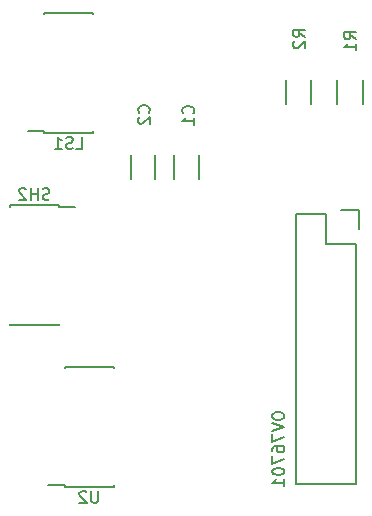
<source format=gbo>
G04 #@! TF.FileFunction,Legend,Bot*
%FSLAX46Y46*%
G04 Gerber Fmt 4.6, Leading zero omitted, Abs format (unit mm)*
G04 Created by KiCad (PCBNEW 4.0.2-stable) date 16.05.2016 20:30:10*
%MOMM*%
G01*
G04 APERTURE LIST*
%ADD10C,0.100000*%
%ADD11C,0.150000*%
G04 APERTURE END LIST*
D10*
D11*
X157489000Y-102124000D02*
X157489000Y-104124000D01*
X155439000Y-104124000D02*
X155439000Y-102124000D01*
X153806000Y-102124000D02*
X153806000Y-104124000D01*
X151756000Y-104124000D02*
X151756000Y-102124000D01*
X144419500Y-100198000D02*
X144419500Y-100093000D01*
X148569500Y-100198000D02*
X148569500Y-100093000D01*
X148569500Y-90048000D02*
X148569500Y-90153000D01*
X144419500Y-90048000D02*
X144419500Y-90153000D01*
X144419500Y-100198000D02*
X148569500Y-100198000D01*
X144419500Y-90048000D02*
X148569500Y-90048000D01*
X144419500Y-100093000D02*
X143044500Y-100093000D01*
X165735000Y-129921000D02*
X165735000Y-107061000D01*
X170815000Y-109601000D02*
X170815000Y-129921000D01*
X165735000Y-129921000D02*
X170815000Y-129921000D01*
X165735000Y-107061000D02*
X168275000Y-107061000D01*
X169545000Y-106781000D02*
X171095000Y-106781000D01*
X168275000Y-107061000D02*
X168275000Y-109601000D01*
X168275000Y-109601000D02*
X170815000Y-109601000D01*
X171095000Y-106781000D02*
X171095000Y-108331000D01*
X171382000Y-97774000D02*
X171382000Y-95774000D01*
X169232000Y-95774000D02*
X169232000Y-97774000D01*
X167000500Y-97774000D02*
X167000500Y-95774000D01*
X164850500Y-95774000D02*
X164850500Y-97774000D01*
X145648500Y-106367500D02*
X145648500Y-106472500D01*
X141498500Y-106367500D02*
X141498500Y-106472500D01*
X141498500Y-116517500D02*
X141498500Y-116412500D01*
X145648500Y-116517500D02*
X145648500Y-116412500D01*
X145648500Y-106367500D02*
X141498500Y-106367500D01*
X145648500Y-116517500D02*
X141498500Y-116517500D01*
X145648500Y-106472500D02*
X147023500Y-106472500D01*
X146134000Y-130170000D02*
X146134000Y-130065000D01*
X150284000Y-130170000D02*
X150284000Y-130065000D01*
X150284000Y-120020000D02*
X150284000Y-120125000D01*
X146134000Y-120020000D02*
X146134000Y-120125000D01*
X146134000Y-130170000D02*
X150284000Y-130170000D01*
X146134000Y-120020000D02*
X150284000Y-120020000D01*
X146134000Y-130065000D02*
X144759000Y-130065000D01*
X157011643Y-98575834D02*
X157059262Y-98528215D01*
X157106881Y-98385358D01*
X157106881Y-98290120D01*
X157059262Y-98147262D01*
X156964024Y-98052024D01*
X156868786Y-98004405D01*
X156678310Y-97956786D01*
X156535452Y-97956786D01*
X156344976Y-98004405D01*
X156249738Y-98052024D01*
X156154500Y-98147262D01*
X156106881Y-98290120D01*
X156106881Y-98385358D01*
X156154500Y-98528215D01*
X156202119Y-98575834D01*
X157106881Y-99528215D02*
X157106881Y-98956786D01*
X157106881Y-99242500D02*
X156106881Y-99242500D01*
X156249738Y-99147262D01*
X156344976Y-99052024D01*
X156392595Y-98956786D01*
X153265143Y-98512334D02*
X153312762Y-98464715D01*
X153360381Y-98321858D01*
X153360381Y-98226620D01*
X153312762Y-98083762D01*
X153217524Y-97988524D01*
X153122286Y-97940905D01*
X152931810Y-97893286D01*
X152788952Y-97893286D01*
X152598476Y-97940905D01*
X152503238Y-97988524D01*
X152408000Y-98083762D01*
X152360381Y-98226620D01*
X152360381Y-98321858D01*
X152408000Y-98464715D01*
X152455619Y-98512334D01*
X152455619Y-98893286D02*
X152408000Y-98940905D01*
X152360381Y-99036143D01*
X152360381Y-99274239D01*
X152408000Y-99369477D01*
X152455619Y-99417096D01*
X152550857Y-99464715D01*
X152646095Y-99464715D01*
X152788952Y-99417096D01*
X153360381Y-98845667D01*
X153360381Y-99464715D01*
X147137357Y-101575381D02*
X147613548Y-101575381D01*
X147613548Y-100575381D01*
X146851643Y-101527762D02*
X146708786Y-101575381D01*
X146470690Y-101575381D01*
X146375452Y-101527762D01*
X146327833Y-101480143D01*
X146280214Y-101384905D01*
X146280214Y-101289667D01*
X146327833Y-101194429D01*
X146375452Y-101146810D01*
X146470690Y-101099190D01*
X146661167Y-101051571D01*
X146756405Y-101003952D01*
X146804024Y-100956333D01*
X146851643Y-100861095D01*
X146851643Y-100765857D01*
X146804024Y-100670619D01*
X146756405Y-100623000D01*
X146661167Y-100575381D01*
X146423071Y-100575381D01*
X146280214Y-100623000D01*
X145327833Y-101575381D02*
X145899262Y-101575381D01*
X145613548Y-101575381D02*
X145613548Y-100575381D01*
X145708786Y-100718238D01*
X145804024Y-100813476D01*
X145899262Y-100861095D01*
X163726881Y-124095238D02*
X163726881Y-124285715D01*
X163774500Y-124380953D01*
X163869738Y-124476191D01*
X164060214Y-124523810D01*
X164393548Y-124523810D01*
X164584024Y-124476191D01*
X164679262Y-124380953D01*
X164726881Y-124285715D01*
X164726881Y-124095238D01*
X164679262Y-124000000D01*
X164584024Y-123904762D01*
X164393548Y-123857143D01*
X164060214Y-123857143D01*
X163869738Y-123904762D01*
X163774500Y-124000000D01*
X163726881Y-124095238D01*
X163726881Y-124809524D02*
X164726881Y-125142857D01*
X163726881Y-125476191D01*
X163726881Y-125714286D02*
X163726881Y-126380953D01*
X164726881Y-125952381D01*
X163726881Y-127190477D02*
X163726881Y-127000000D01*
X163774500Y-126904762D01*
X163822119Y-126857143D01*
X163964976Y-126761905D01*
X164155452Y-126714286D01*
X164536405Y-126714286D01*
X164631643Y-126761905D01*
X164679262Y-126809524D01*
X164726881Y-126904762D01*
X164726881Y-127095239D01*
X164679262Y-127190477D01*
X164631643Y-127238096D01*
X164536405Y-127285715D01*
X164298310Y-127285715D01*
X164203071Y-127238096D01*
X164155452Y-127190477D01*
X164107833Y-127095239D01*
X164107833Y-126904762D01*
X164155452Y-126809524D01*
X164203071Y-126761905D01*
X164298310Y-126714286D01*
X163726881Y-127619048D02*
X163726881Y-128285715D01*
X164726881Y-127857143D01*
X163726881Y-128857143D02*
X163726881Y-128952382D01*
X163774500Y-129047620D01*
X163822119Y-129095239D01*
X163917357Y-129142858D01*
X164107833Y-129190477D01*
X164345929Y-129190477D01*
X164536405Y-129142858D01*
X164631643Y-129095239D01*
X164679262Y-129047620D01*
X164726881Y-128952382D01*
X164726881Y-128857143D01*
X164679262Y-128761905D01*
X164631643Y-128714286D01*
X164536405Y-128666667D01*
X164345929Y-128619048D01*
X164107833Y-128619048D01*
X163917357Y-128666667D01*
X163822119Y-128714286D01*
X163774500Y-128761905D01*
X163726881Y-128857143D01*
X164726881Y-130142858D02*
X164726881Y-129571429D01*
X164726881Y-129857143D02*
X163726881Y-129857143D01*
X163869738Y-129761905D01*
X163964976Y-129666667D01*
X164012595Y-129571429D01*
X170822881Y-92289334D02*
X170346690Y-91956000D01*
X170822881Y-91717905D02*
X169822881Y-91717905D01*
X169822881Y-92098858D01*
X169870500Y-92194096D01*
X169918119Y-92241715D01*
X170013357Y-92289334D01*
X170156214Y-92289334D01*
X170251452Y-92241715D01*
X170299071Y-92194096D01*
X170346690Y-92098858D01*
X170346690Y-91717905D01*
X170822881Y-93241715D02*
X170822881Y-92670286D01*
X170822881Y-92956000D02*
X169822881Y-92956000D01*
X169965738Y-92860762D01*
X170060976Y-92765524D01*
X170108595Y-92670286D01*
X166504881Y-92098834D02*
X166028690Y-91765500D01*
X166504881Y-91527405D02*
X165504881Y-91527405D01*
X165504881Y-91908358D01*
X165552500Y-92003596D01*
X165600119Y-92051215D01*
X165695357Y-92098834D01*
X165838214Y-92098834D01*
X165933452Y-92051215D01*
X165981071Y-92003596D01*
X166028690Y-91908358D01*
X166028690Y-91527405D01*
X165600119Y-92479786D02*
X165552500Y-92527405D01*
X165504881Y-92622643D01*
X165504881Y-92860739D01*
X165552500Y-92955977D01*
X165600119Y-93003596D01*
X165695357Y-93051215D01*
X165790595Y-93051215D01*
X165933452Y-93003596D01*
X166504881Y-92432167D01*
X166504881Y-93051215D01*
X144859214Y-105847262D02*
X144716357Y-105894881D01*
X144478261Y-105894881D01*
X144383023Y-105847262D01*
X144335404Y-105799643D01*
X144287785Y-105704405D01*
X144287785Y-105609167D01*
X144335404Y-105513929D01*
X144383023Y-105466310D01*
X144478261Y-105418690D01*
X144668738Y-105371071D01*
X144763976Y-105323452D01*
X144811595Y-105275833D01*
X144859214Y-105180595D01*
X144859214Y-105085357D01*
X144811595Y-104990119D01*
X144763976Y-104942500D01*
X144668738Y-104894881D01*
X144430642Y-104894881D01*
X144287785Y-104942500D01*
X143859214Y-105894881D02*
X143859214Y-104894881D01*
X143859214Y-105371071D02*
X143287785Y-105371071D01*
X143287785Y-105894881D02*
X143287785Y-104894881D01*
X142859214Y-104990119D02*
X142811595Y-104942500D01*
X142716357Y-104894881D01*
X142478261Y-104894881D01*
X142383023Y-104942500D01*
X142335404Y-104990119D01*
X142287785Y-105085357D01*
X142287785Y-105180595D01*
X142335404Y-105323452D01*
X142906833Y-105894881D01*
X142287785Y-105894881D01*
X148970905Y-130547381D02*
X148970905Y-131356905D01*
X148923286Y-131452143D01*
X148875667Y-131499762D01*
X148780429Y-131547381D01*
X148589952Y-131547381D01*
X148494714Y-131499762D01*
X148447095Y-131452143D01*
X148399476Y-131356905D01*
X148399476Y-130547381D01*
X147970905Y-130642619D02*
X147923286Y-130595000D01*
X147828048Y-130547381D01*
X147589952Y-130547381D01*
X147494714Y-130595000D01*
X147447095Y-130642619D01*
X147399476Y-130737857D01*
X147399476Y-130833095D01*
X147447095Y-130975952D01*
X148018524Y-131547381D01*
X147399476Y-131547381D01*
M02*

</source>
